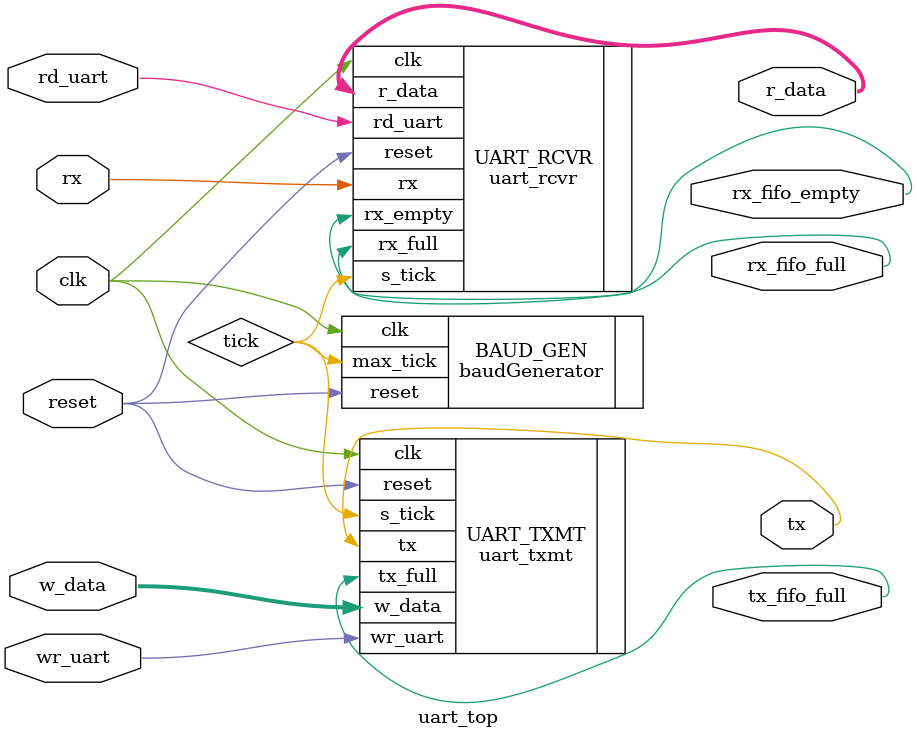
<source format=v>
`timescale 1ns / 1ps

module uart_top #(	parameter WIDTH = 8,
			                        BR = 115200,
  			                      CLK_FQ = 25000000)
                (  input clk, 
                   input reset,
                   input rd_uart, 
                   input wr_uart,
                   input rx,
                   input [WIDTH-1:0] w_data,
                   output [WIDTH-1:0] r_data,
                   output tx,
                   output rx_fifo_full, 
                   output rx_fifo_empty, 
                   output tx_fifo_full );

	
	
	
	// connecting wires 
	wire tick;
	
	
  	baudGenerator #(.BAUD_RATE(BR),
                  	.CLK_FREQ(CLK_FQ),
                  	.WIDTH(WIDTH)
                   )  
  				 	BAUD_GEN (	.clk(clk), 
						    	.reset(reset), 
								.max_tick(tick)
						  	 );
	
					
 	 uart_rcvr UART_RCVR (	.clk(clk), 
							.reset(reset), 
							.s_tick(tick), 
							.rx(rx), 
							.rd_uart(rd_uart), 
							.r_data(r_data),
							.rx_empty(rx_fifo_empty), 
							.rx_full(rx_fifo_full)
                        );
						
	uart_txmt UART_TXMT	(	.clk(clk), 
							.reset(reset), 
							.s_tick(tick), 
							.w_data(w_data), 
							.wr_uart(wr_uart), 
							.tx(tx), 
							.tx_full(tx_fifo_full)
						);
    
  
endmodule

</source>
